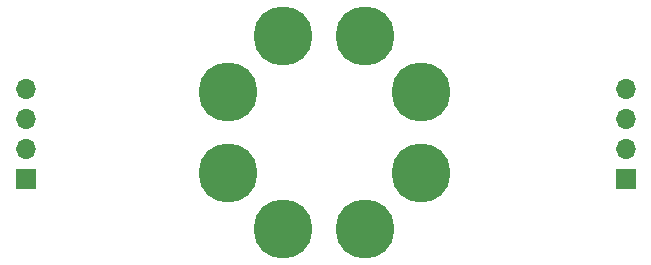
<source format=gbr>
G04 #@! TF.GenerationSoftware,KiCad,Pcbnew,(5.1.5)-3*
G04 #@! TF.CreationDate,2020-04-06T13:37:37+02:00*
G04 #@! TF.ProjectId,Dekatron_breakout,44656b61-7472-46f6-9e5f-627265616b6f,rev?*
G04 #@! TF.SameCoordinates,Original*
G04 #@! TF.FileFunction,Copper,L2,Bot*
G04 #@! TF.FilePolarity,Positive*
%FSLAX46Y46*%
G04 Gerber Fmt 4.6, Leading zero omitted, Abs format (unit mm)*
G04 Created by KiCad (PCBNEW (5.1.5)-3) date 2020-04-06 13:37:37*
%MOMM*%
%LPD*%
G04 APERTURE LIST*
%ADD10C,5.000000*%
%ADD11R,1.700000X1.700000*%
%ADD12O,1.700000X1.700000*%
G04 APERTURE END LIST*
D10*
X137749001Y-85324001D03*
X142474001Y-80599001D03*
X137749001Y-92224001D03*
X142474001Y-96949001D03*
X154099001Y-92224001D03*
X154099001Y-85324001D03*
X149374001Y-96949001D03*
X149374001Y-80599001D03*
D11*
X171450000Y-92710000D03*
D12*
X171450000Y-90170000D03*
X171450000Y-87630000D03*
X171450000Y-85090000D03*
X120650000Y-85090000D03*
X120650000Y-87630000D03*
X120650000Y-90170000D03*
D11*
X120650000Y-92710000D03*
M02*

</source>
